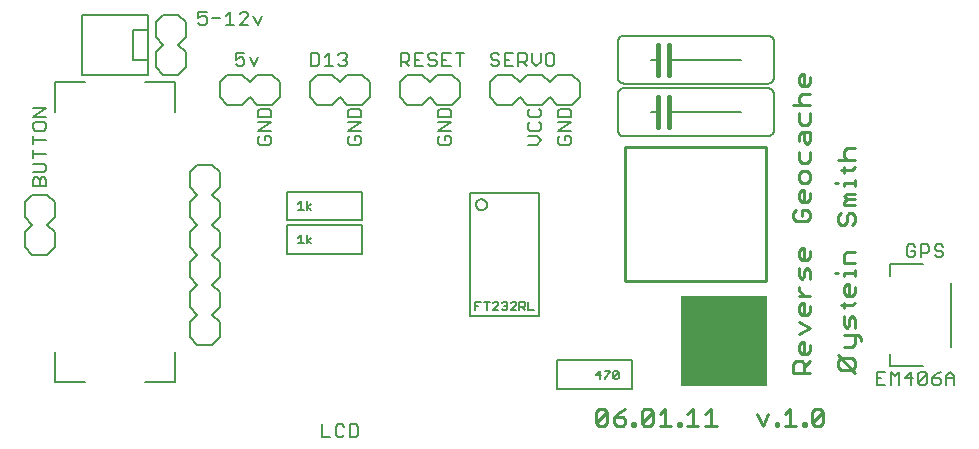
<source format=gto>
G75*
G70*
%OFA0B0*%
%FSLAX24Y24*%
%IPPOS*%
%LPD*%
%AMOC8*
5,1,8,0,0,1.08239X$1,22.5*
%
%ADD10C,0.0110*%
%ADD11C,0.0100*%
%ADD12C,0.0080*%
%ADD13R,0.2875X0.3000*%
%ADD14C,0.0050*%
%ADD15C,0.0060*%
%ADD16C,0.0160*%
D10*
X026659Y002716D02*
X026659Y003011D01*
X026757Y003110D01*
X026954Y003110D01*
X027053Y003011D01*
X027053Y002716D01*
X027249Y002716D02*
X026659Y002716D01*
X027053Y002913D02*
X027249Y003110D01*
X027151Y003361D02*
X026954Y003361D01*
X026856Y003459D01*
X026856Y003656D01*
X026954Y003754D01*
X027053Y003754D01*
X027053Y003361D01*
X027151Y003361D02*
X027249Y003459D01*
X027249Y003656D01*
X026856Y004005D02*
X027249Y004202D01*
X026856Y004399D01*
X026954Y004650D02*
X026856Y004748D01*
X026856Y004945D01*
X026954Y005044D01*
X027053Y005044D01*
X027053Y004650D01*
X027151Y004650D02*
X026954Y004650D01*
X027151Y004650D02*
X027249Y004748D01*
X027249Y004945D01*
X027249Y005294D02*
X026856Y005294D01*
X027053Y005294D02*
X026856Y005491D01*
X026856Y005590D01*
X026954Y005831D02*
X026856Y005930D01*
X026856Y006225D01*
X027053Y006127D02*
X027053Y005930D01*
X026954Y005831D01*
X027249Y005831D02*
X027249Y006127D01*
X027151Y006225D01*
X027053Y006127D01*
X027053Y006476D02*
X027053Y006870D01*
X026954Y006870D01*
X026856Y006771D01*
X026856Y006574D01*
X026954Y006476D01*
X027151Y006476D01*
X027249Y006574D01*
X027249Y006771D01*
X028356Y006664D02*
X028356Y006369D01*
X028749Y006369D01*
X028749Y006136D02*
X028749Y005939D01*
X028749Y006037D02*
X028356Y006037D01*
X028356Y005939D01*
X028159Y006037D02*
X028060Y006037D01*
X028454Y005688D02*
X028553Y005688D01*
X028553Y005294D01*
X028651Y005294D02*
X028454Y005294D01*
X028356Y005393D01*
X028356Y005590D01*
X028454Y005688D01*
X028749Y005590D02*
X028749Y005393D01*
X028651Y005294D01*
X028749Y005061D02*
X028651Y004963D01*
X028257Y004963D01*
X028356Y004865D02*
X028356Y005061D01*
X028356Y004614D02*
X028356Y004319D01*
X028454Y004220D01*
X028553Y004319D01*
X028553Y004515D01*
X028651Y004614D01*
X028749Y004515D01*
X028749Y004220D01*
X028749Y003969D02*
X028749Y003674D01*
X028651Y003576D01*
X028356Y003576D01*
X028159Y003307D02*
X028749Y002716D01*
X028651Y002815D02*
X028749Y002913D01*
X028749Y003110D01*
X028651Y003208D01*
X028257Y003208D01*
X028159Y003110D01*
X028159Y002913D01*
X028257Y002815D01*
X028651Y002815D01*
X028946Y003772D02*
X028946Y003871D01*
X028848Y003969D01*
X028356Y003969D01*
X028356Y006664D02*
X028454Y006762D01*
X028749Y006762D01*
X028651Y007658D02*
X028749Y007756D01*
X028749Y007953D01*
X028651Y008051D01*
X028553Y008051D01*
X028454Y007953D01*
X028454Y007756D01*
X028356Y007658D01*
X028257Y007658D01*
X028159Y007756D01*
X028159Y007953D01*
X028257Y008051D01*
X028356Y008302D02*
X028356Y008401D01*
X028454Y008499D01*
X028356Y008597D01*
X028454Y008696D01*
X028749Y008696D01*
X028749Y008499D02*
X028454Y008499D01*
X028356Y008302D02*
X028749Y008302D01*
X028749Y008947D02*
X028749Y009144D01*
X028749Y009045D02*
X028356Y009045D01*
X028356Y008947D01*
X028159Y009045D02*
X028060Y009045D01*
X028356Y009376D02*
X028356Y009573D01*
X028257Y009475D02*
X028651Y009475D01*
X028749Y009573D01*
X028749Y009806D02*
X028159Y009806D01*
X028356Y009904D02*
X028356Y010101D01*
X028454Y010200D01*
X028749Y010200D01*
X028454Y009806D02*
X028356Y009904D01*
X027249Y009797D02*
X027249Y010092D01*
X026856Y010092D02*
X026856Y009797D01*
X026954Y009699D01*
X027151Y009699D01*
X027249Y009797D01*
X027151Y009448D02*
X026954Y009448D01*
X026856Y009349D01*
X026856Y009152D01*
X026954Y009054D01*
X027151Y009054D01*
X027249Y009152D01*
X027249Y009349D01*
X027151Y009448D01*
X027053Y008803D02*
X027053Y008410D01*
X027151Y008410D02*
X026954Y008410D01*
X026856Y008508D01*
X026856Y008705D01*
X026954Y008803D01*
X027053Y008803D01*
X027249Y008705D02*
X027249Y008508D01*
X027151Y008410D01*
X027151Y008159D02*
X026954Y008159D01*
X026954Y007962D01*
X026757Y008159D02*
X026659Y008060D01*
X026659Y007863D01*
X026757Y007765D01*
X027151Y007765D01*
X027249Y007863D01*
X027249Y008060D01*
X027151Y008159D01*
X027151Y010343D02*
X027053Y010442D01*
X027053Y010737D01*
X026954Y010737D02*
X027249Y010737D01*
X027249Y010442D01*
X027151Y010343D01*
X026856Y010442D02*
X026856Y010638D01*
X026954Y010737D01*
X026954Y010988D02*
X027151Y010988D01*
X027249Y011086D01*
X027249Y011381D01*
X027249Y011632D02*
X026659Y011632D01*
X026856Y011731D02*
X026856Y011927D01*
X026954Y012026D01*
X027249Y012026D01*
X027151Y012277D02*
X026954Y012277D01*
X026856Y012375D01*
X026856Y012572D01*
X026954Y012670D01*
X027053Y012670D01*
X027053Y012277D01*
X027151Y012277D02*
X027249Y012375D01*
X027249Y012572D01*
X026856Y011731D02*
X026954Y011632D01*
X026856Y011381D02*
X026856Y011086D01*
X026954Y010988D01*
D11*
X025754Y010236D02*
X021054Y010236D01*
X021054Y005786D01*
X025754Y005786D01*
X025754Y010236D01*
X026578Y001522D02*
X026578Y000961D01*
X026391Y000961D02*
X026765Y000961D01*
X026999Y000961D02*
X027092Y000961D01*
X027092Y001055D01*
X026999Y001055D01*
X026999Y000961D01*
X027302Y001055D02*
X027676Y001428D01*
X027676Y001055D01*
X027583Y000961D01*
X027396Y000961D01*
X027302Y001055D01*
X027302Y001428D01*
X027396Y001522D01*
X027583Y001522D01*
X027676Y001428D01*
X026578Y001522D02*
X026391Y001335D01*
X025853Y001335D02*
X025666Y000961D01*
X025479Y001335D01*
X026087Y001055D02*
X026180Y001055D01*
X026180Y000961D01*
X026087Y000961D01*
X026087Y001055D01*
X024124Y000961D02*
X023751Y000961D01*
X023937Y000961D02*
X023937Y001522D01*
X023751Y001335D01*
X023330Y001522D02*
X023330Y000961D01*
X023143Y000961D02*
X023517Y000961D01*
X023143Y001335D02*
X023330Y001522D01*
X022932Y001055D02*
X022932Y000961D01*
X022839Y000961D01*
X022839Y001055D01*
X022932Y001055D01*
X022605Y000961D02*
X022231Y000961D01*
X022418Y000961D02*
X022418Y001522D01*
X022231Y001335D01*
X021997Y001428D02*
X021624Y001055D01*
X021717Y000961D01*
X021904Y000961D01*
X021997Y001055D01*
X021997Y001428D01*
X021904Y001522D01*
X021717Y001522D01*
X021624Y001428D01*
X021624Y001055D01*
X021413Y001055D02*
X021413Y000961D01*
X021320Y000961D01*
X021320Y001055D01*
X021413Y001055D01*
X021086Y001055D02*
X021086Y001148D01*
X020992Y001241D01*
X020712Y001241D01*
X020712Y001055D01*
X020805Y000961D01*
X020992Y000961D01*
X021086Y001055D01*
X020899Y001428D02*
X020712Y001241D01*
X020899Y001428D02*
X021086Y001522D01*
X020478Y001428D02*
X020104Y001055D01*
X020198Y000961D01*
X020385Y000961D01*
X020478Y001055D01*
X020478Y001428D01*
X020385Y001522D01*
X020198Y001522D01*
X020104Y001428D01*
X020104Y001055D01*
D12*
X002054Y002411D02*
X002054Y003411D01*
X002054Y002411D02*
X003054Y002411D01*
X005054Y002411D02*
X006054Y002411D01*
X006054Y003411D01*
X006554Y003911D02*
X006804Y003661D01*
X007304Y003661D01*
X007554Y003911D01*
X007554Y004411D01*
X007304Y004661D01*
X007554Y004911D01*
X007554Y005411D01*
X007304Y005661D01*
X007554Y005911D01*
X007554Y006411D01*
X007304Y006661D01*
X007554Y006911D01*
X007554Y007411D01*
X007304Y007661D01*
X007554Y007911D01*
X007554Y008411D01*
X007304Y008661D01*
X007554Y008911D01*
X007554Y009411D01*
X007304Y009661D01*
X006804Y009661D01*
X006554Y009411D01*
X006554Y008911D01*
X006804Y008661D01*
X006554Y008411D01*
X006554Y007911D01*
X006804Y007661D01*
X006554Y007411D01*
X006554Y006911D01*
X006804Y006661D01*
X006554Y006411D01*
X006554Y005911D01*
X006804Y005661D01*
X006554Y005411D01*
X006554Y004911D01*
X006804Y004661D01*
X006554Y004411D01*
X006554Y003911D01*
X009814Y006689D02*
X012294Y006689D01*
X012294Y007634D01*
X009814Y007634D01*
X009814Y006689D01*
X009814Y007814D02*
X012294Y007814D01*
X012294Y008759D01*
X009814Y008759D01*
X009814Y007814D01*
X009194Y010326D02*
X008914Y010326D01*
X008844Y010396D01*
X008844Y010536D01*
X008914Y010606D01*
X009054Y010606D02*
X009054Y010466D01*
X009054Y010606D02*
X009194Y010606D01*
X009264Y010536D01*
X009264Y010396D01*
X009194Y010326D01*
X009264Y010787D02*
X008844Y010787D01*
X009264Y011067D01*
X008844Y011067D01*
X008844Y011247D02*
X008844Y011457D01*
X008914Y011527D01*
X009194Y011527D01*
X009264Y011457D01*
X009264Y011247D01*
X008844Y011247D01*
X008804Y011661D02*
X008554Y011911D01*
X008304Y011661D01*
X007804Y011661D01*
X007554Y011911D01*
X007554Y012411D01*
X007804Y012661D01*
X008304Y012661D01*
X008554Y012411D01*
X008804Y012661D01*
X009304Y012661D01*
X009554Y012411D01*
X009554Y011911D01*
X009304Y011661D01*
X008804Y011661D01*
X010554Y011911D02*
X010804Y011661D01*
X011304Y011661D01*
X011554Y011911D01*
X011804Y011661D01*
X012304Y011661D01*
X012554Y011911D01*
X012554Y012411D01*
X012304Y012661D01*
X011804Y012661D01*
X011554Y012411D01*
X011304Y012661D01*
X010804Y012661D01*
X010554Y012411D01*
X010554Y011911D01*
X011844Y011457D02*
X011844Y011247D01*
X012264Y011247D01*
X012264Y011457D01*
X012194Y011527D01*
X011914Y011527D01*
X011844Y011457D01*
X011844Y011067D02*
X012264Y011067D01*
X011844Y010787D01*
X012264Y010787D01*
X012194Y010606D02*
X012054Y010606D01*
X012054Y010466D01*
X011914Y010326D02*
X012194Y010326D01*
X012264Y010396D01*
X012264Y010536D01*
X012194Y010606D01*
X011914Y010606D02*
X011844Y010536D01*
X011844Y010396D01*
X011914Y010326D01*
X013554Y011911D02*
X013804Y011661D01*
X014304Y011661D01*
X014554Y011911D01*
X014804Y011661D01*
X015304Y011661D01*
X015554Y011911D01*
X015554Y012411D01*
X015304Y012661D01*
X014804Y012661D01*
X014554Y012411D01*
X014304Y012661D01*
X013804Y012661D01*
X013554Y012411D01*
X013554Y011911D01*
X014844Y011457D02*
X014844Y011247D01*
X015264Y011247D01*
X015264Y011457D01*
X015194Y011527D01*
X014914Y011527D01*
X014844Y011457D01*
X014844Y011067D02*
X015264Y011067D01*
X014844Y010787D01*
X015264Y010787D01*
X015194Y010606D02*
X015054Y010606D01*
X015054Y010466D01*
X014914Y010326D02*
X015194Y010326D01*
X015264Y010396D01*
X015264Y010536D01*
X015194Y010606D01*
X014914Y010606D02*
X014844Y010536D01*
X014844Y010396D01*
X014914Y010326D01*
X016554Y011911D02*
X016804Y011661D01*
X017304Y011661D01*
X017554Y011911D01*
X017804Y011661D01*
X018304Y011661D01*
X018554Y011911D01*
X018804Y011661D01*
X019304Y011661D01*
X019554Y011911D01*
X019554Y012411D01*
X019304Y012661D01*
X018804Y012661D01*
X018554Y012411D01*
X018304Y012661D01*
X017804Y012661D01*
X017554Y012411D01*
X017304Y012661D01*
X016804Y012661D01*
X016554Y012411D01*
X016554Y011911D01*
X017844Y011457D02*
X017844Y011317D01*
X017914Y011247D01*
X018194Y011247D01*
X018264Y011317D01*
X018264Y011457D01*
X018194Y011527D01*
X017914Y011527D02*
X017844Y011457D01*
X017914Y011067D02*
X017844Y010997D01*
X017844Y010857D01*
X017914Y010787D01*
X018194Y010787D01*
X018264Y010857D01*
X018264Y010997D01*
X018194Y011067D01*
X018844Y011067D02*
X019264Y011067D01*
X018844Y010787D01*
X019264Y010787D01*
X019194Y010606D02*
X019054Y010606D01*
X019054Y010466D01*
X018914Y010326D02*
X018844Y010396D01*
X018844Y010536D01*
X018914Y010606D01*
X019194Y010606D02*
X019264Y010536D01*
X019264Y010396D01*
X019194Y010326D01*
X018914Y010326D01*
X018264Y010466D02*
X018124Y010606D01*
X017844Y010606D01*
X017844Y010326D02*
X018124Y010326D01*
X018264Y010466D01*
X018844Y011247D02*
X018844Y011457D01*
X018914Y011527D01*
X019194Y011527D01*
X019264Y011457D01*
X019264Y011247D01*
X018844Y011247D01*
X018646Y012951D02*
X018506Y012951D01*
X018436Y013021D01*
X018436Y013302D01*
X018506Y013372D01*
X018646Y013372D01*
X018716Y013302D01*
X018716Y013021D01*
X018646Y012951D01*
X018256Y013091D02*
X018256Y013372D01*
X017975Y013372D02*
X017975Y013091D01*
X018116Y012951D01*
X018256Y013091D01*
X017795Y013161D02*
X017725Y013091D01*
X017515Y013091D01*
X017515Y012951D02*
X017515Y013372D01*
X017725Y013372D01*
X017795Y013302D01*
X017795Y013161D01*
X017655Y013091D02*
X017795Y012951D01*
X017335Y012951D02*
X017055Y012951D01*
X017055Y013372D01*
X017335Y013372D01*
X017195Y013161D02*
X017055Y013161D01*
X016875Y013091D02*
X016875Y013021D01*
X016804Y012951D01*
X016664Y012951D01*
X016594Y013021D01*
X016664Y013161D02*
X016804Y013161D01*
X016875Y013091D01*
X016875Y013302D02*
X016804Y013372D01*
X016664Y013372D01*
X016594Y013302D01*
X016594Y013231D01*
X016664Y013161D01*
X015716Y013372D02*
X015436Y013372D01*
X015576Y013372D02*
X015576Y012951D01*
X015256Y012951D02*
X014975Y012951D01*
X014975Y013372D01*
X015256Y013372D01*
X014795Y013302D02*
X014725Y013372D01*
X014585Y013372D01*
X014515Y013302D01*
X014515Y013231D01*
X014585Y013161D01*
X014725Y013161D01*
X014795Y013091D01*
X014795Y013021D01*
X014725Y012951D01*
X014585Y012951D01*
X014515Y013021D01*
X014335Y012951D02*
X014055Y012951D01*
X014055Y013372D01*
X014335Y013372D01*
X013875Y013302D02*
X013875Y013161D01*
X013804Y013091D01*
X013594Y013091D01*
X013594Y012951D02*
X013594Y013372D01*
X013804Y013372D01*
X013875Y013302D01*
X014055Y013161D02*
X014195Y013161D01*
X013875Y012951D02*
X013734Y013091D01*
X014975Y013161D02*
X015116Y013161D01*
X011795Y013091D02*
X011795Y013021D01*
X011725Y012951D01*
X011585Y012951D01*
X011515Y013021D01*
X011335Y012951D02*
X011055Y012951D01*
X011195Y012951D02*
X011195Y013372D01*
X011055Y013231D01*
X010875Y013302D02*
X010804Y013372D01*
X010594Y013372D01*
X010594Y012951D01*
X010804Y012951D01*
X010875Y013021D01*
X010875Y013302D01*
X011515Y013302D02*
X011585Y013372D01*
X011725Y013372D01*
X011795Y013302D01*
X011795Y013231D01*
X011725Y013161D01*
X011795Y013091D01*
X011725Y013161D02*
X011655Y013161D01*
X008835Y013231D02*
X008695Y012951D01*
X008555Y013231D01*
X008375Y013161D02*
X008375Y013021D01*
X008304Y012951D01*
X008164Y012951D01*
X008094Y013021D01*
X008094Y013161D02*
X008234Y013231D01*
X008304Y013231D01*
X008375Y013161D01*
X008094Y013161D02*
X008094Y013372D01*
X008375Y013372D01*
X008506Y014326D02*
X008225Y014326D01*
X008506Y014606D01*
X008506Y014677D01*
X008436Y014747D01*
X008295Y014747D01*
X008225Y014677D01*
X007905Y014747D02*
X007905Y014326D01*
X007765Y014326D02*
X008045Y014326D01*
X007585Y014536D02*
X007305Y014536D01*
X007125Y014536D02*
X007125Y014396D01*
X007054Y014326D01*
X006914Y014326D01*
X006844Y014396D01*
X006844Y014536D02*
X006984Y014606D01*
X007054Y014606D01*
X007125Y014536D01*
X006844Y014536D02*
X006844Y014747D01*
X007125Y014747D01*
X007765Y014606D02*
X007905Y014747D01*
X008686Y014606D02*
X008826Y014326D01*
X008966Y014606D01*
X006429Y014411D02*
X006429Y013911D01*
X006179Y013661D01*
X006429Y013411D01*
X006429Y012911D01*
X006179Y012661D01*
X005679Y012661D01*
X005429Y012911D01*
X005429Y013411D01*
X005679Y013661D01*
X005429Y013911D01*
X005429Y014411D01*
X005679Y014661D01*
X006179Y014661D01*
X006429Y014411D01*
X006054Y012411D02*
X005054Y012411D01*
X006054Y012411D02*
X006054Y011411D01*
X003054Y012411D02*
X002054Y012411D01*
X002054Y011411D01*
X001764Y011533D02*
X001344Y011533D01*
X001344Y011253D02*
X001764Y011533D01*
X001764Y011253D02*
X001344Y011253D01*
X001414Y011073D02*
X001344Y011003D01*
X001344Y010863D01*
X001414Y010793D01*
X001694Y010793D01*
X001764Y010863D01*
X001764Y011003D01*
X001694Y011073D01*
X001414Y011073D01*
X001344Y010613D02*
X001344Y010332D01*
X001344Y010472D02*
X001764Y010472D01*
X001344Y010152D02*
X001344Y009872D01*
X001344Y010012D02*
X001764Y010012D01*
X001694Y009692D02*
X001344Y009692D01*
X001694Y009692D02*
X001764Y009622D01*
X001764Y009482D01*
X001694Y009412D01*
X001344Y009412D01*
X001414Y009231D02*
X001484Y009231D01*
X001554Y009161D01*
X001554Y008951D01*
X001344Y008951D02*
X001344Y009161D01*
X001414Y009231D01*
X001554Y009161D02*
X001624Y009231D01*
X001694Y009231D01*
X001764Y009161D01*
X001764Y008951D01*
X001344Y008951D01*
X001304Y008661D02*
X001054Y008411D01*
X001054Y007911D01*
X001304Y007661D01*
X001054Y007411D01*
X001054Y006911D01*
X001304Y006661D01*
X001804Y006661D01*
X002054Y006911D01*
X002054Y007411D01*
X001804Y007661D01*
X002054Y007911D01*
X002054Y008411D01*
X001804Y008661D01*
X001304Y008661D01*
X010969Y000997D02*
X010969Y000576D01*
X011250Y000576D01*
X011430Y000646D02*
X011500Y000576D01*
X011640Y000576D01*
X011710Y000646D01*
X011890Y000576D02*
X012100Y000576D01*
X012170Y000646D01*
X012170Y000927D01*
X012100Y000997D01*
X011890Y000997D01*
X011890Y000576D01*
X011430Y000646D02*
X011430Y000927D01*
X011500Y000997D01*
X011640Y000997D01*
X011710Y000927D01*
X018814Y002189D02*
X018814Y003134D01*
X021294Y003134D01*
X021294Y002189D01*
X018814Y002189D01*
X029469Y002326D02*
X029750Y002326D01*
X029930Y002326D02*
X029930Y002747D01*
X030070Y002606D01*
X030210Y002747D01*
X030210Y002326D01*
X030390Y002536D02*
X030670Y002536D01*
X030600Y002326D02*
X030600Y002747D01*
X030390Y002536D01*
X030850Y002396D02*
X031131Y002677D01*
X031131Y002396D01*
X031061Y002326D01*
X030920Y002326D01*
X030850Y002396D01*
X030850Y002677D01*
X030920Y002747D01*
X031061Y002747D01*
X031131Y002677D01*
X031311Y002536D02*
X031521Y002536D01*
X031591Y002466D01*
X031591Y002396D01*
X031521Y002326D01*
X031381Y002326D01*
X031311Y002396D01*
X031311Y002536D01*
X031451Y002677D01*
X031591Y002747D01*
X031771Y002606D02*
X031911Y002747D01*
X032051Y002606D01*
X032051Y002326D01*
X032051Y002536D02*
X031771Y002536D01*
X031771Y002606D02*
X031771Y002326D01*
X030995Y002953D02*
X029893Y002953D01*
X029893Y003346D01*
X029750Y002747D02*
X029469Y002747D01*
X029469Y002326D01*
X029469Y002536D02*
X029609Y002536D01*
X031940Y003583D02*
X031940Y005709D01*
X030995Y006338D02*
X029893Y006338D01*
X029893Y005945D01*
X030539Y006576D02*
X030679Y006576D01*
X030750Y006646D01*
X030750Y006786D01*
X030609Y006786D01*
X030469Y006646D02*
X030539Y006576D01*
X030469Y006646D02*
X030469Y006927D01*
X030539Y006997D01*
X030679Y006997D01*
X030750Y006927D01*
X030930Y006997D02*
X031140Y006997D01*
X031210Y006927D01*
X031210Y006786D01*
X031140Y006716D01*
X030930Y006716D01*
X030930Y006576D02*
X030930Y006997D01*
X031390Y006927D02*
X031390Y006856D01*
X031460Y006786D01*
X031600Y006786D01*
X031670Y006716D01*
X031670Y006646D01*
X031600Y006576D01*
X031460Y006576D01*
X031390Y006646D01*
X031390Y006927D02*
X031460Y006997D01*
X031600Y006997D01*
X031670Y006927D01*
D13*
X024367Y003786D03*
D14*
X020865Y002741D02*
X020865Y002561D01*
X020820Y002516D01*
X020730Y002516D01*
X020685Y002561D01*
X020865Y002741D01*
X020820Y002786D01*
X020730Y002786D01*
X020685Y002741D01*
X020685Y002561D01*
X020570Y002741D02*
X020390Y002561D01*
X020390Y002516D01*
X020230Y002516D02*
X020230Y002786D01*
X020095Y002651D01*
X020276Y002651D01*
X020390Y002786D02*
X020570Y002786D01*
X020570Y002741D01*
X018027Y004811D02*
X017847Y004811D01*
X017847Y005081D01*
X017733Y005036D02*
X017688Y005081D01*
X017553Y005081D01*
X017553Y004811D01*
X017553Y004901D02*
X017688Y004901D01*
X017733Y004946D01*
X017733Y005036D01*
X017643Y004901D02*
X017733Y004811D01*
X017438Y004811D02*
X017258Y004811D01*
X017438Y004991D01*
X017438Y005036D01*
X017393Y005081D01*
X017303Y005081D01*
X017258Y005036D01*
X017143Y005036D02*
X017143Y004991D01*
X017098Y004946D01*
X017143Y004901D01*
X017143Y004856D01*
X017098Y004811D01*
X017008Y004811D01*
X016963Y004856D01*
X016849Y004811D02*
X016669Y004811D01*
X016849Y004991D01*
X016849Y005036D01*
X016804Y005081D01*
X016714Y005081D01*
X016669Y005036D01*
X016554Y005081D02*
X016374Y005081D01*
X016464Y005081D02*
X016464Y004811D01*
X016169Y004946D02*
X016079Y004946D01*
X016079Y004811D02*
X016079Y005081D01*
X016259Y005081D01*
X016963Y005036D02*
X017008Y005081D01*
X017098Y005081D01*
X017143Y005036D01*
X017098Y004946D02*
X017053Y004946D01*
X010609Y007036D02*
X010474Y007126D01*
X010609Y007216D01*
X010474Y007306D02*
X010474Y007036D01*
X010359Y007036D02*
X010179Y007036D01*
X010269Y007036D02*
X010269Y007306D01*
X010179Y007216D01*
X010179Y008161D02*
X010359Y008161D01*
X010269Y008161D02*
X010269Y008431D01*
X010179Y008341D01*
X010474Y008251D02*
X010609Y008341D01*
X010474Y008251D02*
X010609Y008161D01*
X010474Y008161D02*
X010474Y008431D01*
X005179Y012661D02*
X002979Y012661D01*
X002979Y014661D01*
X005179Y014661D01*
X005179Y014161D01*
X004679Y014161D01*
X004679Y013161D01*
X005179Y013161D01*
X005179Y012661D01*
X005179Y013161D02*
X005179Y014161D01*
D15*
X015903Y008709D02*
X018206Y008709D01*
X018206Y004614D01*
X015903Y004614D01*
X015903Y008709D01*
X016106Y008325D02*
X016108Y008351D01*
X016114Y008377D01*
X016123Y008402D01*
X016136Y008425D01*
X016152Y008446D01*
X016171Y008464D01*
X016193Y008480D01*
X016216Y008492D01*
X016241Y008500D01*
X016267Y008505D01*
X016294Y008506D01*
X016320Y008503D01*
X016345Y008496D01*
X016370Y008486D01*
X016392Y008472D01*
X016413Y008455D01*
X016430Y008436D01*
X016445Y008414D01*
X016456Y008390D01*
X016464Y008364D01*
X016468Y008338D01*
X016468Y008312D01*
X016464Y008286D01*
X016456Y008260D01*
X016445Y008236D01*
X016430Y008214D01*
X016413Y008195D01*
X016392Y008178D01*
X016370Y008164D01*
X016345Y008154D01*
X016320Y008147D01*
X016294Y008144D01*
X016267Y008145D01*
X016241Y008150D01*
X016216Y008158D01*
X016193Y008170D01*
X016171Y008186D01*
X016152Y008204D01*
X016136Y008225D01*
X016123Y008248D01*
X016114Y008273D01*
X016108Y008299D01*
X016106Y008325D01*
X021029Y010611D02*
X025829Y010611D01*
X025855Y010613D01*
X025881Y010618D01*
X025906Y010626D01*
X025929Y010638D01*
X025951Y010652D01*
X025970Y010670D01*
X025988Y010689D01*
X026002Y010711D01*
X026014Y010734D01*
X026022Y010759D01*
X026027Y010785D01*
X026029Y010811D01*
X026029Y012011D01*
X026027Y012037D01*
X026022Y012063D01*
X026014Y012088D01*
X026002Y012111D01*
X025988Y012133D01*
X025970Y012152D01*
X025951Y012170D01*
X025929Y012184D01*
X025906Y012196D01*
X025881Y012204D01*
X025855Y012209D01*
X025829Y012211D01*
X021029Y012211D01*
X021029Y012361D02*
X025829Y012361D01*
X025855Y012363D01*
X025881Y012368D01*
X025906Y012376D01*
X025929Y012388D01*
X025951Y012402D01*
X025970Y012420D01*
X025988Y012439D01*
X026002Y012461D01*
X026014Y012484D01*
X026022Y012509D01*
X026027Y012535D01*
X026029Y012561D01*
X026029Y013761D01*
X026027Y013787D01*
X026022Y013813D01*
X026014Y013838D01*
X026002Y013861D01*
X025988Y013883D01*
X025970Y013902D01*
X025951Y013920D01*
X025929Y013934D01*
X025906Y013946D01*
X025881Y013954D01*
X025855Y013959D01*
X025829Y013961D01*
X021029Y013961D01*
X021003Y013959D01*
X020977Y013954D01*
X020952Y013946D01*
X020929Y013934D01*
X020907Y013920D01*
X020888Y013902D01*
X020870Y013883D01*
X020856Y013861D01*
X020844Y013838D01*
X020836Y013813D01*
X020831Y013787D01*
X020829Y013761D01*
X020829Y012561D01*
X020831Y012535D01*
X020836Y012509D01*
X020844Y012484D01*
X020856Y012461D01*
X020870Y012439D01*
X020888Y012420D01*
X020907Y012402D01*
X020929Y012388D01*
X020952Y012376D01*
X020977Y012368D01*
X021003Y012363D01*
X021029Y012361D01*
X021029Y012211D02*
X021003Y012209D01*
X020977Y012204D01*
X020952Y012196D01*
X020929Y012184D01*
X020907Y012170D01*
X020888Y012152D01*
X020870Y012133D01*
X020856Y012111D01*
X020844Y012088D01*
X020836Y012063D01*
X020831Y012037D01*
X020829Y012011D01*
X020829Y010811D01*
X020831Y010785D01*
X020836Y010759D01*
X020844Y010734D01*
X020856Y010711D01*
X020870Y010689D01*
X020888Y010670D01*
X020907Y010652D01*
X020929Y010638D01*
X020952Y010626D01*
X020977Y010618D01*
X021003Y010613D01*
X021029Y010611D01*
X021929Y011411D02*
X022179Y011411D01*
X022529Y011411D02*
X024929Y011411D01*
X024929Y013161D02*
X022529Y013161D01*
X022179Y013161D02*
X021929Y013161D01*
D16*
X022179Y013161D02*
X022179Y012661D01*
X022529Y012661D02*
X022529Y013161D01*
X022529Y013661D01*
X022179Y013661D02*
X022179Y013161D01*
X022179Y011911D02*
X022179Y011411D01*
X022179Y010911D01*
X022529Y010911D02*
X022529Y011411D01*
X022529Y011911D01*
M02*

</source>
